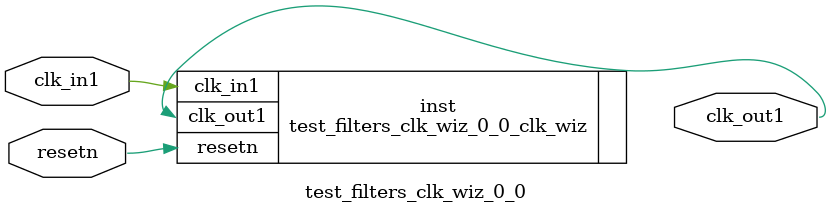
<source format=v>


`timescale 1ps/1ps

(* CORE_GENERATION_INFO = "test_filters_clk_wiz_0_0,clk_wiz_v6_0_4_0_0,{component_name=test_filters_clk_wiz_0_0,use_phase_alignment=true,use_min_o_jitter=false,use_max_i_jitter=false,use_dyn_phase_shift=false,use_inclk_switchover=false,use_dyn_reconfig=false,enable_axi=0,feedback_source=FDBK_AUTO,PRIMITIVE=MMCM,num_out_clk=1,clkin1_period=8.000,clkin2_period=10.0,use_power_down=false,use_reset=true,use_locked=false,use_inclk_stopped=false,feedback_type=SINGLE,CLOCK_MGR_TYPE=NA,manual_override=false}" *)

module test_filters_clk_wiz_0_0 
 (
  // Clock out ports
  output        clk_out1,
  // Status and control signals
  input         resetn,
 // Clock in ports
  input         clk_in1
 );

  test_filters_clk_wiz_0_0_clk_wiz inst
  (
  // Clock out ports  
  .clk_out1(clk_out1),
  // Status and control signals               
  .resetn(resetn), 
 // Clock in ports
  .clk_in1(clk_in1)
  );

endmodule

</source>
